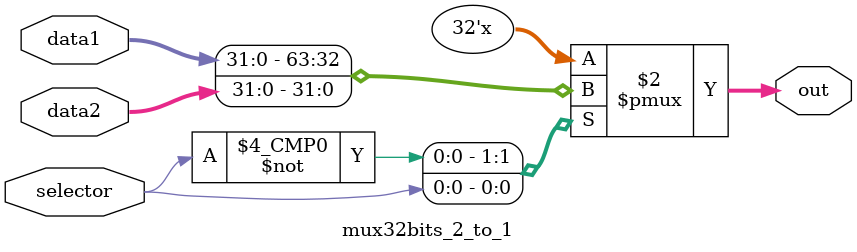
<source format=v>

module mux32bits_2_to_1(data1, data2, selector, out);
	input [31:0] data1, data2;
	input selector;
	output reg [31:0] out;

	always @ (data1, data2, selector)
	case (selector)
		1'b0: out = data1;
		1'b1: out = data2;
	endcase
endmodule
</source>
